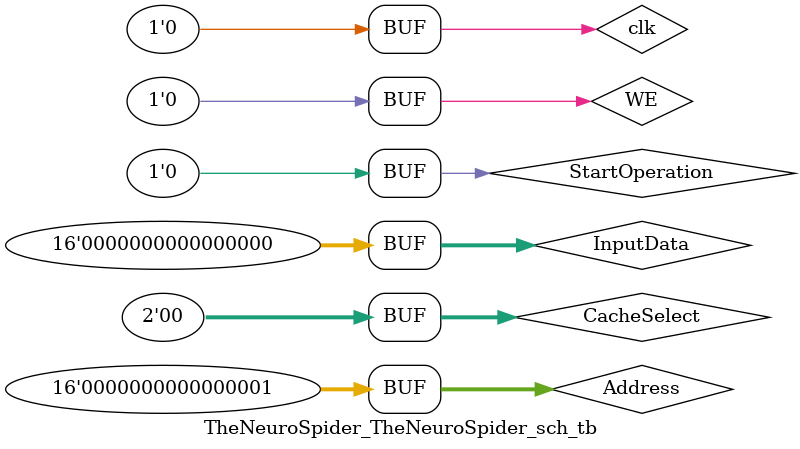
<source format=v>

`timescale 1ns / 1ps

module TheNeuroSpider_TheNeuroSpider_sch_tb();


		parameter offsetRegAddr = 16'h8000;
		parameter indexOffsetRegAddr = 16'h8001;
		parameter weightOffsetRegAddr = 16'h8002;
		parameter numOpsRegAddr = 16'h8003;
		parameter destRegAddr = 16'h8004;	
		parameter actFuncSelRegAddr = 16'h8005;
		
		parameter floatNum1 = 16'h3c00;
		parameter floatNum2 = 16'h4000;
		parameter floatNegNum2 = 16'hc000; 
// Inputs
   reg clk;
   reg [15:0] InputData;
   reg [15:0] Address;
   reg [1:0] CacheSelect;
   reg StartOperation;
   reg WE;

// Output
   wire ReadyForNextOp;
   wire [15:0] OutputData;

// Bidirs

// Instantiate the UUT
   TheNeuroSpider UUT (
		.clk(clk), 
		.ReadyForNextOp(ReadyForNextOp), 
		.OutputData(OutputData), 
		.InputData(InputData), 
		.Address(Address), 
		.CacheSelect(CacheSelect), 
		.StartOperation(StartOperation), 
		.WE(WE)
   );
// Initialize Inputs
 
   initial begin
		clk = 0;
		StartOperation = 0; 


		/*SET ADDRESS OFFSETS*/
		
		
		//Set input data address offset
		WE =1;
		Address = offsetRegAddr;
		InputData = 16'h0001;//To 1

		#100;clk = 1;#100;clk = 0;

		//Set weight address offset
		WE =1;
		Address = weightOffsetRegAddr;
		InputData = 16'h0001;//To 1
		
		#100;clk = 1;#100;clk = 0;
		
		//Set index address offset
		WE =1;
		Address = indexOffsetRegAddr;
		InputData = 16'd1;//To 1
		
		#100;clk = 1;#100;clk = 0;

		/*OTHER CONTROLS*/
		
		//Set destination address
		WE =1;
		Address = destRegAddr;
		InputData = 16'd1;//To loc 1

		#100;clk = 1;#100;clk = 0;

		//Set number of neuron inputs
		WE =1;
		Address = numOpsRegAddr;
		InputData = 16'd2;

		#100;clk = 1;#100;clk = 0;
		
		/*WRITING TO CACHES*/

		//write to input cache

		#100;clk = 1;#100;clk = 0;
		
		//Write first input
		CacheSelect = 2'b00;
		WE =1;
		Address = 16'h0001;//loc 1
		InputData = floatNum1;//val 1
		
		#100;clk = 1;#100;clk = 0;
		
		//Write second input
		WE =1;
		Address = 16'h0002;//loc 2
		InputData = floatNum2;//val 2

		#100;clk = 1;#100;clk = 0;	

		/*INDEX*/

		#100;clk = 1;#100;clk = 0;
		
		//write first index
		CacheSelect = 2'b01;
		WE =1;
		Address = 16'h0001;//loc 1
		InputData = 16'h0000;//index0
		
		#100;clk = 1;#100;clk = 0;
		
		//write second index
		WE =1;
		Address = 16'h0002;//loc 2
		InputData = 16'h0001;//index 1

		#100;clk = 1;#100;clk = 0;			

		/*weights*/
		
		//write first weight
		CacheSelect = 2'b10;
		WE =1;
		Address = 16'h0001;//loc 1
		InputData = floatNum1;//val 1
		
		#100;clk = 1;#100;clk = 0;
		
		//write second weight
		WE =1;
		Address = 16'h0002;//loc 2
		InputData = floatNum2;//val 2
		
		#100;clk = 1;#100;clk = 0;

		/*ACTIVATION FUNCTION*/
		
		//set activation function.
		WE =1;
		Address = actFuncSelRegAddr;
		InputData = 16'd0;//No Act Func

		#100;clk = 1;#100;clk = 0;
		
		/*RUN Op*/
		WE = 0;
		StartOperation = 1;
		
		#100;clk = 1;#100;clk = 0;
		StartOperation = 0;
		#100;clk = 1;#100;clk = 0;
		#100;clk = 1;#100;clk = 0;
		#100;clk = 1;#100;clk = 0;
		#100;clk = 1;#100;clk = 0;
		#100;clk = 1;#100;clk = 0;
		#100;clk = 1;#100;clk = 0;
		#100;clk = 1;#100;clk = 0;
		#100;clk = 1;#100;clk = 0;
		#100;clk = 1;#100;clk = 0;
		#100;clk = 1;#100;clk = 0;
		#100;clk = 1;#100;clk = 0;
		#100;clk = 1;#100;clk = 0;
		#100;clk = 1;#100;clk = 0;
		#100;clk = 1;#100;clk = 0;
		#100;clk = 1;#100;clk = 0;
		#100;clk = 1;#100;clk = 0;
		#100;clk = 1;#100;clk = 0;
		#100;clk = 1;#100;clk = 0;
		#100;clk = 1;#100;clk = 0;
		#100;clk = 1;#100;clk = 0;
		#100;clk = 1;#100;clk = 0;
		#100;clk = 1;#100;clk = 0;
		


		//Read from location 1
		WE = 0;
		CacheSelect = 2'b00;
		Address = 16'h0001;//good
		
		#100;clk = 1;#100;clk = 0;
		#100;clk = 1;#100;clk = 0;
		#100;clk = 1;#100;clk = 0;
		
   end
endmodule

</source>
